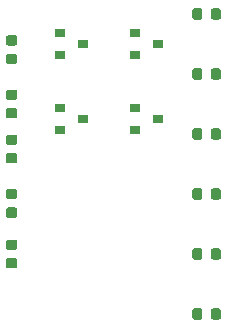
<source format=gbr>
G04 #@! TF.GenerationSoftware,KiCad,Pcbnew,5.1.3-ffb9f22~84~ubuntu16.04.1*
G04 #@! TF.CreationDate,2019-07-29T14:43:33+10:00*
G04 #@! TF.ProjectId,tankmon-pcb,74616e6b-6d6f-46e2-9d70-63622e6b6963,1a*
G04 #@! TF.SameCoordinates,Original*
G04 #@! TF.FileFunction,Paste,Bot*
G04 #@! TF.FilePolarity,Positive*
%FSLAX46Y46*%
G04 Gerber Fmt 4.6, Leading zero omitted, Abs format (unit mm)*
G04 Created by KiCad (PCBNEW 5.1.3-ffb9f22~84~ubuntu16.04.1) date 2019-07-29 14:43:33*
%MOMM*%
%LPD*%
G04 APERTURE LIST*
%ADD10C,0.100000*%
%ADD11C,0.875000*%
%ADD12R,0.900000X0.800000*%
G04 APERTURE END LIST*
D10*
G36*
X152106691Y-98840053D02*
G01*
X152127926Y-98843203D01*
X152148750Y-98848419D01*
X152168962Y-98855651D01*
X152188368Y-98864830D01*
X152206781Y-98875866D01*
X152224024Y-98888654D01*
X152239930Y-98903070D01*
X152254346Y-98918976D01*
X152267134Y-98936219D01*
X152278170Y-98954632D01*
X152287349Y-98974038D01*
X152294581Y-98994250D01*
X152299797Y-99015074D01*
X152302947Y-99036309D01*
X152304000Y-99057750D01*
X152304000Y-99570250D01*
X152302947Y-99591691D01*
X152299797Y-99612926D01*
X152294581Y-99633750D01*
X152287349Y-99653962D01*
X152278170Y-99673368D01*
X152267134Y-99691781D01*
X152254346Y-99709024D01*
X152239930Y-99724930D01*
X152224024Y-99739346D01*
X152206781Y-99752134D01*
X152188368Y-99763170D01*
X152168962Y-99772349D01*
X152148750Y-99779581D01*
X152127926Y-99784797D01*
X152106691Y-99787947D01*
X152085250Y-99789000D01*
X151647750Y-99789000D01*
X151626309Y-99787947D01*
X151605074Y-99784797D01*
X151584250Y-99779581D01*
X151564038Y-99772349D01*
X151544632Y-99763170D01*
X151526219Y-99752134D01*
X151508976Y-99739346D01*
X151493070Y-99724930D01*
X151478654Y-99709024D01*
X151465866Y-99691781D01*
X151454830Y-99673368D01*
X151445651Y-99653962D01*
X151438419Y-99633750D01*
X151433203Y-99612926D01*
X151430053Y-99591691D01*
X151429000Y-99570250D01*
X151429000Y-99057750D01*
X151430053Y-99036309D01*
X151433203Y-99015074D01*
X151438419Y-98994250D01*
X151445651Y-98974038D01*
X151454830Y-98954632D01*
X151465866Y-98936219D01*
X151478654Y-98918976D01*
X151493070Y-98903070D01*
X151508976Y-98888654D01*
X151526219Y-98875866D01*
X151544632Y-98864830D01*
X151564038Y-98855651D01*
X151584250Y-98848419D01*
X151605074Y-98843203D01*
X151626309Y-98840053D01*
X151647750Y-98839000D01*
X152085250Y-98839000D01*
X152106691Y-98840053D01*
X152106691Y-98840053D01*
G37*
D11*
X151866500Y-99314000D03*
D10*
G36*
X153681691Y-98840053D02*
G01*
X153702926Y-98843203D01*
X153723750Y-98848419D01*
X153743962Y-98855651D01*
X153763368Y-98864830D01*
X153781781Y-98875866D01*
X153799024Y-98888654D01*
X153814930Y-98903070D01*
X153829346Y-98918976D01*
X153842134Y-98936219D01*
X153853170Y-98954632D01*
X153862349Y-98974038D01*
X153869581Y-98994250D01*
X153874797Y-99015074D01*
X153877947Y-99036309D01*
X153879000Y-99057750D01*
X153879000Y-99570250D01*
X153877947Y-99591691D01*
X153874797Y-99612926D01*
X153869581Y-99633750D01*
X153862349Y-99653962D01*
X153853170Y-99673368D01*
X153842134Y-99691781D01*
X153829346Y-99709024D01*
X153814930Y-99724930D01*
X153799024Y-99739346D01*
X153781781Y-99752134D01*
X153763368Y-99763170D01*
X153743962Y-99772349D01*
X153723750Y-99779581D01*
X153702926Y-99784797D01*
X153681691Y-99787947D01*
X153660250Y-99789000D01*
X153222750Y-99789000D01*
X153201309Y-99787947D01*
X153180074Y-99784797D01*
X153159250Y-99779581D01*
X153139038Y-99772349D01*
X153119632Y-99763170D01*
X153101219Y-99752134D01*
X153083976Y-99739346D01*
X153068070Y-99724930D01*
X153053654Y-99709024D01*
X153040866Y-99691781D01*
X153029830Y-99673368D01*
X153020651Y-99653962D01*
X153013419Y-99633750D01*
X153008203Y-99612926D01*
X153005053Y-99591691D01*
X153004000Y-99570250D01*
X153004000Y-99057750D01*
X153005053Y-99036309D01*
X153008203Y-99015074D01*
X153013419Y-98994250D01*
X153020651Y-98974038D01*
X153029830Y-98954632D01*
X153040866Y-98936219D01*
X153053654Y-98918976D01*
X153068070Y-98903070D01*
X153083976Y-98888654D01*
X153101219Y-98875866D01*
X153119632Y-98864830D01*
X153139038Y-98855651D01*
X153159250Y-98848419D01*
X153180074Y-98843203D01*
X153201309Y-98840053D01*
X153222750Y-98839000D01*
X153660250Y-98839000D01*
X153681691Y-98840053D01*
X153681691Y-98840053D01*
G37*
D11*
X153441500Y-99314000D03*
D10*
G36*
X136421691Y-99665053D02*
G01*
X136442926Y-99668203D01*
X136463750Y-99673419D01*
X136483962Y-99680651D01*
X136503368Y-99689830D01*
X136521781Y-99700866D01*
X136539024Y-99713654D01*
X136554930Y-99728070D01*
X136569346Y-99743976D01*
X136582134Y-99761219D01*
X136593170Y-99779632D01*
X136602349Y-99799038D01*
X136609581Y-99819250D01*
X136614797Y-99840074D01*
X136617947Y-99861309D01*
X136619000Y-99882750D01*
X136619000Y-100320250D01*
X136617947Y-100341691D01*
X136614797Y-100362926D01*
X136609581Y-100383750D01*
X136602349Y-100403962D01*
X136593170Y-100423368D01*
X136582134Y-100441781D01*
X136569346Y-100459024D01*
X136554930Y-100474930D01*
X136539024Y-100489346D01*
X136521781Y-100502134D01*
X136503368Y-100513170D01*
X136483962Y-100522349D01*
X136463750Y-100529581D01*
X136442926Y-100534797D01*
X136421691Y-100537947D01*
X136400250Y-100539000D01*
X135887750Y-100539000D01*
X135866309Y-100537947D01*
X135845074Y-100534797D01*
X135824250Y-100529581D01*
X135804038Y-100522349D01*
X135784632Y-100513170D01*
X135766219Y-100502134D01*
X135748976Y-100489346D01*
X135733070Y-100474930D01*
X135718654Y-100459024D01*
X135705866Y-100441781D01*
X135694830Y-100423368D01*
X135685651Y-100403962D01*
X135678419Y-100383750D01*
X135673203Y-100362926D01*
X135670053Y-100341691D01*
X135669000Y-100320250D01*
X135669000Y-99882750D01*
X135670053Y-99861309D01*
X135673203Y-99840074D01*
X135678419Y-99819250D01*
X135685651Y-99799038D01*
X135694830Y-99779632D01*
X135705866Y-99761219D01*
X135718654Y-99743976D01*
X135733070Y-99728070D01*
X135748976Y-99713654D01*
X135766219Y-99700866D01*
X135784632Y-99689830D01*
X135804038Y-99680651D01*
X135824250Y-99673419D01*
X135845074Y-99668203D01*
X135866309Y-99665053D01*
X135887750Y-99664000D01*
X136400250Y-99664000D01*
X136421691Y-99665053D01*
X136421691Y-99665053D01*
G37*
D11*
X136144000Y-100101500D03*
D10*
G36*
X136421691Y-98090053D02*
G01*
X136442926Y-98093203D01*
X136463750Y-98098419D01*
X136483962Y-98105651D01*
X136503368Y-98114830D01*
X136521781Y-98125866D01*
X136539024Y-98138654D01*
X136554930Y-98153070D01*
X136569346Y-98168976D01*
X136582134Y-98186219D01*
X136593170Y-98204632D01*
X136602349Y-98224038D01*
X136609581Y-98244250D01*
X136614797Y-98265074D01*
X136617947Y-98286309D01*
X136619000Y-98307750D01*
X136619000Y-98745250D01*
X136617947Y-98766691D01*
X136614797Y-98787926D01*
X136609581Y-98808750D01*
X136602349Y-98828962D01*
X136593170Y-98848368D01*
X136582134Y-98866781D01*
X136569346Y-98884024D01*
X136554930Y-98899930D01*
X136539024Y-98914346D01*
X136521781Y-98927134D01*
X136503368Y-98938170D01*
X136483962Y-98947349D01*
X136463750Y-98954581D01*
X136442926Y-98959797D01*
X136421691Y-98962947D01*
X136400250Y-98964000D01*
X135887750Y-98964000D01*
X135866309Y-98962947D01*
X135845074Y-98959797D01*
X135824250Y-98954581D01*
X135804038Y-98947349D01*
X135784632Y-98938170D01*
X135766219Y-98927134D01*
X135748976Y-98914346D01*
X135733070Y-98899930D01*
X135718654Y-98884024D01*
X135705866Y-98866781D01*
X135694830Y-98848368D01*
X135685651Y-98828962D01*
X135678419Y-98808750D01*
X135673203Y-98787926D01*
X135670053Y-98766691D01*
X135669000Y-98745250D01*
X135669000Y-98307750D01*
X135670053Y-98286309D01*
X135673203Y-98265074D01*
X135678419Y-98244250D01*
X135685651Y-98224038D01*
X135694830Y-98204632D01*
X135705866Y-98186219D01*
X135718654Y-98168976D01*
X135733070Y-98153070D01*
X135748976Y-98138654D01*
X135766219Y-98125866D01*
X135784632Y-98114830D01*
X135804038Y-98105651D01*
X135824250Y-98098419D01*
X135845074Y-98093203D01*
X135866309Y-98090053D01*
X135887750Y-98089000D01*
X136400250Y-98089000D01*
X136421691Y-98090053D01*
X136421691Y-98090053D01*
G37*
D11*
X136144000Y-98526500D03*
D10*
G36*
X152106691Y-103920053D02*
G01*
X152127926Y-103923203D01*
X152148750Y-103928419D01*
X152168962Y-103935651D01*
X152188368Y-103944830D01*
X152206781Y-103955866D01*
X152224024Y-103968654D01*
X152239930Y-103983070D01*
X152254346Y-103998976D01*
X152267134Y-104016219D01*
X152278170Y-104034632D01*
X152287349Y-104054038D01*
X152294581Y-104074250D01*
X152299797Y-104095074D01*
X152302947Y-104116309D01*
X152304000Y-104137750D01*
X152304000Y-104650250D01*
X152302947Y-104671691D01*
X152299797Y-104692926D01*
X152294581Y-104713750D01*
X152287349Y-104733962D01*
X152278170Y-104753368D01*
X152267134Y-104771781D01*
X152254346Y-104789024D01*
X152239930Y-104804930D01*
X152224024Y-104819346D01*
X152206781Y-104832134D01*
X152188368Y-104843170D01*
X152168962Y-104852349D01*
X152148750Y-104859581D01*
X152127926Y-104864797D01*
X152106691Y-104867947D01*
X152085250Y-104869000D01*
X151647750Y-104869000D01*
X151626309Y-104867947D01*
X151605074Y-104864797D01*
X151584250Y-104859581D01*
X151564038Y-104852349D01*
X151544632Y-104843170D01*
X151526219Y-104832134D01*
X151508976Y-104819346D01*
X151493070Y-104804930D01*
X151478654Y-104789024D01*
X151465866Y-104771781D01*
X151454830Y-104753368D01*
X151445651Y-104733962D01*
X151438419Y-104713750D01*
X151433203Y-104692926D01*
X151430053Y-104671691D01*
X151429000Y-104650250D01*
X151429000Y-104137750D01*
X151430053Y-104116309D01*
X151433203Y-104095074D01*
X151438419Y-104074250D01*
X151445651Y-104054038D01*
X151454830Y-104034632D01*
X151465866Y-104016219D01*
X151478654Y-103998976D01*
X151493070Y-103983070D01*
X151508976Y-103968654D01*
X151526219Y-103955866D01*
X151544632Y-103944830D01*
X151564038Y-103935651D01*
X151584250Y-103928419D01*
X151605074Y-103923203D01*
X151626309Y-103920053D01*
X151647750Y-103919000D01*
X152085250Y-103919000D01*
X152106691Y-103920053D01*
X152106691Y-103920053D01*
G37*
D11*
X151866500Y-104394000D03*
D10*
G36*
X153681691Y-103920053D02*
G01*
X153702926Y-103923203D01*
X153723750Y-103928419D01*
X153743962Y-103935651D01*
X153763368Y-103944830D01*
X153781781Y-103955866D01*
X153799024Y-103968654D01*
X153814930Y-103983070D01*
X153829346Y-103998976D01*
X153842134Y-104016219D01*
X153853170Y-104034632D01*
X153862349Y-104054038D01*
X153869581Y-104074250D01*
X153874797Y-104095074D01*
X153877947Y-104116309D01*
X153879000Y-104137750D01*
X153879000Y-104650250D01*
X153877947Y-104671691D01*
X153874797Y-104692926D01*
X153869581Y-104713750D01*
X153862349Y-104733962D01*
X153853170Y-104753368D01*
X153842134Y-104771781D01*
X153829346Y-104789024D01*
X153814930Y-104804930D01*
X153799024Y-104819346D01*
X153781781Y-104832134D01*
X153763368Y-104843170D01*
X153743962Y-104852349D01*
X153723750Y-104859581D01*
X153702926Y-104864797D01*
X153681691Y-104867947D01*
X153660250Y-104869000D01*
X153222750Y-104869000D01*
X153201309Y-104867947D01*
X153180074Y-104864797D01*
X153159250Y-104859581D01*
X153139038Y-104852349D01*
X153119632Y-104843170D01*
X153101219Y-104832134D01*
X153083976Y-104819346D01*
X153068070Y-104804930D01*
X153053654Y-104789024D01*
X153040866Y-104771781D01*
X153029830Y-104753368D01*
X153020651Y-104733962D01*
X153013419Y-104713750D01*
X153008203Y-104692926D01*
X153005053Y-104671691D01*
X153004000Y-104650250D01*
X153004000Y-104137750D01*
X153005053Y-104116309D01*
X153008203Y-104095074D01*
X153013419Y-104074250D01*
X153020651Y-104054038D01*
X153029830Y-104034632D01*
X153040866Y-104016219D01*
X153053654Y-103998976D01*
X153068070Y-103983070D01*
X153083976Y-103968654D01*
X153101219Y-103955866D01*
X153119632Y-103944830D01*
X153139038Y-103935651D01*
X153159250Y-103928419D01*
X153180074Y-103923203D01*
X153201309Y-103920053D01*
X153222750Y-103919000D01*
X153660250Y-103919000D01*
X153681691Y-103920053D01*
X153681691Y-103920053D01*
G37*
D11*
X153441500Y-104394000D03*
D10*
G36*
X136421691Y-80792553D02*
G01*
X136442926Y-80795703D01*
X136463750Y-80800919D01*
X136483962Y-80808151D01*
X136503368Y-80817330D01*
X136521781Y-80828366D01*
X136539024Y-80841154D01*
X136554930Y-80855570D01*
X136569346Y-80871476D01*
X136582134Y-80888719D01*
X136593170Y-80907132D01*
X136602349Y-80926538D01*
X136609581Y-80946750D01*
X136614797Y-80967574D01*
X136617947Y-80988809D01*
X136619000Y-81010250D01*
X136619000Y-81447750D01*
X136617947Y-81469191D01*
X136614797Y-81490426D01*
X136609581Y-81511250D01*
X136602349Y-81531462D01*
X136593170Y-81550868D01*
X136582134Y-81569281D01*
X136569346Y-81586524D01*
X136554930Y-81602430D01*
X136539024Y-81616846D01*
X136521781Y-81629634D01*
X136503368Y-81640670D01*
X136483962Y-81649849D01*
X136463750Y-81657081D01*
X136442926Y-81662297D01*
X136421691Y-81665447D01*
X136400250Y-81666500D01*
X135887750Y-81666500D01*
X135866309Y-81665447D01*
X135845074Y-81662297D01*
X135824250Y-81657081D01*
X135804038Y-81649849D01*
X135784632Y-81640670D01*
X135766219Y-81629634D01*
X135748976Y-81616846D01*
X135733070Y-81602430D01*
X135718654Y-81586524D01*
X135705866Y-81569281D01*
X135694830Y-81550868D01*
X135685651Y-81531462D01*
X135678419Y-81511250D01*
X135673203Y-81490426D01*
X135670053Y-81469191D01*
X135669000Y-81447750D01*
X135669000Y-81010250D01*
X135670053Y-80988809D01*
X135673203Y-80967574D01*
X135678419Y-80946750D01*
X135685651Y-80926538D01*
X135694830Y-80907132D01*
X135705866Y-80888719D01*
X135718654Y-80871476D01*
X135733070Y-80855570D01*
X135748976Y-80841154D01*
X135766219Y-80828366D01*
X135784632Y-80817330D01*
X135804038Y-80808151D01*
X135824250Y-80800919D01*
X135845074Y-80795703D01*
X135866309Y-80792553D01*
X135887750Y-80791500D01*
X136400250Y-80791500D01*
X136421691Y-80792553D01*
X136421691Y-80792553D01*
G37*
D11*
X136144000Y-81229000D03*
D10*
G36*
X136421691Y-82367553D02*
G01*
X136442926Y-82370703D01*
X136463750Y-82375919D01*
X136483962Y-82383151D01*
X136503368Y-82392330D01*
X136521781Y-82403366D01*
X136539024Y-82416154D01*
X136554930Y-82430570D01*
X136569346Y-82446476D01*
X136582134Y-82463719D01*
X136593170Y-82482132D01*
X136602349Y-82501538D01*
X136609581Y-82521750D01*
X136614797Y-82542574D01*
X136617947Y-82563809D01*
X136619000Y-82585250D01*
X136619000Y-83022750D01*
X136617947Y-83044191D01*
X136614797Y-83065426D01*
X136609581Y-83086250D01*
X136602349Y-83106462D01*
X136593170Y-83125868D01*
X136582134Y-83144281D01*
X136569346Y-83161524D01*
X136554930Y-83177430D01*
X136539024Y-83191846D01*
X136521781Y-83204634D01*
X136503368Y-83215670D01*
X136483962Y-83224849D01*
X136463750Y-83232081D01*
X136442926Y-83237297D01*
X136421691Y-83240447D01*
X136400250Y-83241500D01*
X135887750Y-83241500D01*
X135866309Y-83240447D01*
X135845074Y-83237297D01*
X135824250Y-83232081D01*
X135804038Y-83224849D01*
X135784632Y-83215670D01*
X135766219Y-83204634D01*
X135748976Y-83191846D01*
X135733070Y-83177430D01*
X135718654Y-83161524D01*
X135705866Y-83144281D01*
X135694830Y-83125868D01*
X135685651Y-83106462D01*
X135678419Y-83086250D01*
X135673203Y-83065426D01*
X135670053Y-83044191D01*
X135669000Y-83022750D01*
X135669000Y-82585250D01*
X135670053Y-82563809D01*
X135673203Y-82542574D01*
X135678419Y-82521750D01*
X135685651Y-82501538D01*
X135694830Y-82482132D01*
X135705866Y-82463719D01*
X135718654Y-82446476D01*
X135733070Y-82430570D01*
X135748976Y-82416154D01*
X135766219Y-82403366D01*
X135784632Y-82392330D01*
X135804038Y-82383151D01*
X135824250Y-82375919D01*
X135845074Y-82370703D01*
X135866309Y-82367553D01*
X135887750Y-82366500D01*
X136400250Y-82366500D01*
X136421691Y-82367553D01*
X136421691Y-82367553D01*
G37*
D11*
X136144000Y-82804000D03*
D10*
G36*
X152106691Y-88680053D02*
G01*
X152127926Y-88683203D01*
X152148750Y-88688419D01*
X152168962Y-88695651D01*
X152188368Y-88704830D01*
X152206781Y-88715866D01*
X152224024Y-88728654D01*
X152239930Y-88743070D01*
X152254346Y-88758976D01*
X152267134Y-88776219D01*
X152278170Y-88794632D01*
X152287349Y-88814038D01*
X152294581Y-88834250D01*
X152299797Y-88855074D01*
X152302947Y-88876309D01*
X152304000Y-88897750D01*
X152304000Y-89410250D01*
X152302947Y-89431691D01*
X152299797Y-89452926D01*
X152294581Y-89473750D01*
X152287349Y-89493962D01*
X152278170Y-89513368D01*
X152267134Y-89531781D01*
X152254346Y-89549024D01*
X152239930Y-89564930D01*
X152224024Y-89579346D01*
X152206781Y-89592134D01*
X152188368Y-89603170D01*
X152168962Y-89612349D01*
X152148750Y-89619581D01*
X152127926Y-89624797D01*
X152106691Y-89627947D01*
X152085250Y-89629000D01*
X151647750Y-89629000D01*
X151626309Y-89627947D01*
X151605074Y-89624797D01*
X151584250Y-89619581D01*
X151564038Y-89612349D01*
X151544632Y-89603170D01*
X151526219Y-89592134D01*
X151508976Y-89579346D01*
X151493070Y-89564930D01*
X151478654Y-89549024D01*
X151465866Y-89531781D01*
X151454830Y-89513368D01*
X151445651Y-89493962D01*
X151438419Y-89473750D01*
X151433203Y-89452926D01*
X151430053Y-89431691D01*
X151429000Y-89410250D01*
X151429000Y-88897750D01*
X151430053Y-88876309D01*
X151433203Y-88855074D01*
X151438419Y-88834250D01*
X151445651Y-88814038D01*
X151454830Y-88794632D01*
X151465866Y-88776219D01*
X151478654Y-88758976D01*
X151493070Y-88743070D01*
X151508976Y-88728654D01*
X151526219Y-88715866D01*
X151544632Y-88704830D01*
X151564038Y-88695651D01*
X151584250Y-88688419D01*
X151605074Y-88683203D01*
X151626309Y-88680053D01*
X151647750Y-88679000D01*
X152085250Y-88679000D01*
X152106691Y-88680053D01*
X152106691Y-88680053D01*
G37*
D11*
X151866500Y-89154000D03*
D10*
G36*
X153681691Y-88680053D02*
G01*
X153702926Y-88683203D01*
X153723750Y-88688419D01*
X153743962Y-88695651D01*
X153763368Y-88704830D01*
X153781781Y-88715866D01*
X153799024Y-88728654D01*
X153814930Y-88743070D01*
X153829346Y-88758976D01*
X153842134Y-88776219D01*
X153853170Y-88794632D01*
X153862349Y-88814038D01*
X153869581Y-88834250D01*
X153874797Y-88855074D01*
X153877947Y-88876309D01*
X153879000Y-88897750D01*
X153879000Y-89410250D01*
X153877947Y-89431691D01*
X153874797Y-89452926D01*
X153869581Y-89473750D01*
X153862349Y-89493962D01*
X153853170Y-89513368D01*
X153842134Y-89531781D01*
X153829346Y-89549024D01*
X153814930Y-89564930D01*
X153799024Y-89579346D01*
X153781781Y-89592134D01*
X153763368Y-89603170D01*
X153743962Y-89612349D01*
X153723750Y-89619581D01*
X153702926Y-89624797D01*
X153681691Y-89627947D01*
X153660250Y-89629000D01*
X153222750Y-89629000D01*
X153201309Y-89627947D01*
X153180074Y-89624797D01*
X153159250Y-89619581D01*
X153139038Y-89612349D01*
X153119632Y-89603170D01*
X153101219Y-89592134D01*
X153083976Y-89579346D01*
X153068070Y-89564930D01*
X153053654Y-89549024D01*
X153040866Y-89531781D01*
X153029830Y-89513368D01*
X153020651Y-89493962D01*
X153013419Y-89473750D01*
X153008203Y-89452926D01*
X153005053Y-89431691D01*
X153004000Y-89410250D01*
X153004000Y-88897750D01*
X153005053Y-88876309D01*
X153008203Y-88855074D01*
X153013419Y-88834250D01*
X153020651Y-88814038D01*
X153029830Y-88794632D01*
X153040866Y-88776219D01*
X153053654Y-88758976D01*
X153068070Y-88743070D01*
X153083976Y-88728654D01*
X153101219Y-88715866D01*
X153119632Y-88704830D01*
X153139038Y-88695651D01*
X153159250Y-88688419D01*
X153180074Y-88683203D01*
X153201309Y-88680053D01*
X153222750Y-88679000D01*
X153660250Y-88679000D01*
X153681691Y-88680053D01*
X153681691Y-88680053D01*
G37*
D11*
X153441500Y-89154000D03*
D10*
G36*
X136421691Y-95372553D02*
G01*
X136442926Y-95375703D01*
X136463750Y-95380919D01*
X136483962Y-95388151D01*
X136503368Y-95397330D01*
X136521781Y-95408366D01*
X136539024Y-95421154D01*
X136554930Y-95435570D01*
X136569346Y-95451476D01*
X136582134Y-95468719D01*
X136593170Y-95487132D01*
X136602349Y-95506538D01*
X136609581Y-95526750D01*
X136614797Y-95547574D01*
X136617947Y-95568809D01*
X136619000Y-95590250D01*
X136619000Y-96027750D01*
X136617947Y-96049191D01*
X136614797Y-96070426D01*
X136609581Y-96091250D01*
X136602349Y-96111462D01*
X136593170Y-96130868D01*
X136582134Y-96149281D01*
X136569346Y-96166524D01*
X136554930Y-96182430D01*
X136539024Y-96196846D01*
X136521781Y-96209634D01*
X136503368Y-96220670D01*
X136483962Y-96229849D01*
X136463750Y-96237081D01*
X136442926Y-96242297D01*
X136421691Y-96245447D01*
X136400250Y-96246500D01*
X135887750Y-96246500D01*
X135866309Y-96245447D01*
X135845074Y-96242297D01*
X135824250Y-96237081D01*
X135804038Y-96229849D01*
X135784632Y-96220670D01*
X135766219Y-96209634D01*
X135748976Y-96196846D01*
X135733070Y-96182430D01*
X135718654Y-96166524D01*
X135705866Y-96149281D01*
X135694830Y-96130868D01*
X135685651Y-96111462D01*
X135678419Y-96091250D01*
X135673203Y-96070426D01*
X135670053Y-96049191D01*
X135669000Y-96027750D01*
X135669000Y-95590250D01*
X135670053Y-95568809D01*
X135673203Y-95547574D01*
X135678419Y-95526750D01*
X135685651Y-95506538D01*
X135694830Y-95487132D01*
X135705866Y-95468719D01*
X135718654Y-95451476D01*
X135733070Y-95435570D01*
X135748976Y-95421154D01*
X135766219Y-95408366D01*
X135784632Y-95397330D01*
X135804038Y-95388151D01*
X135824250Y-95380919D01*
X135845074Y-95375703D01*
X135866309Y-95372553D01*
X135887750Y-95371500D01*
X136400250Y-95371500D01*
X136421691Y-95372553D01*
X136421691Y-95372553D01*
G37*
D11*
X136144000Y-95809000D03*
D10*
G36*
X136421691Y-93797553D02*
G01*
X136442926Y-93800703D01*
X136463750Y-93805919D01*
X136483962Y-93813151D01*
X136503368Y-93822330D01*
X136521781Y-93833366D01*
X136539024Y-93846154D01*
X136554930Y-93860570D01*
X136569346Y-93876476D01*
X136582134Y-93893719D01*
X136593170Y-93912132D01*
X136602349Y-93931538D01*
X136609581Y-93951750D01*
X136614797Y-93972574D01*
X136617947Y-93993809D01*
X136619000Y-94015250D01*
X136619000Y-94452750D01*
X136617947Y-94474191D01*
X136614797Y-94495426D01*
X136609581Y-94516250D01*
X136602349Y-94536462D01*
X136593170Y-94555868D01*
X136582134Y-94574281D01*
X136569346Y-94591524D01*
X136554930Y-94607430D01*
X136539024Y-94621846D01*
X136521781Y-94634634D01*
X136503368Y-94645670D01*
X136483962Y-94654849D01*
X136463750Y-94662081D01*
X136442926Y-94667297D01*
X136421691Y-94670447D01*
X136400250Y-94671500D01*
X135887750Y-94671500D01*
X135866309Y-94670447D01*
X135845074Y-94667297D01*
X135824250Y-94662081D01*
X135804038Y-94654849D01*
X135784632Y-94645670D01*
X135766219Y-94634634D01*
X135748976Y-94621846D01*
X135733070Y-94607430D01*
X135718654Y-94591524D01*
X135705866Y-94574281D01*
X135694830Y-94555868D01*
X135685651Y-94536462D01*
X135678419Y-94516250D01*
X135673203Y-94495426D01*
X135670053Y-94474191D01*
X135669000Y-94452750D01*
X135669000Y-94015250D01*
X135670053Y-93993809D01*
X135673203Y-93972574D01*
X135678419Y-93951750D01*
X135685651Y-93931538D01*
X135694830Y-93912132D01*
X135705866Y-93893719D01*
X135718654Y-93876476D01*
X135733070Y-93860570D01*
X135748976Y-93846154D01*
X135766219Y-93833366D01*
X135784632Y-93822330D01*
X135804038Y-93813151D01*
X135824250Y-93805919D01*
X135845074Y-93800703D01*
X135866309Y-93797553D01*
X135887750Y-93796500D01*
X136400250Y-93796500D01*
X136421691Y-93797553D01*
X136421691Y-93797553D01*
G37*
D11*
X136144000Y-94234000D03*
D10*
G36*
X152106691Y-83600053D02*
G01*
X152127926Y-83603203D01*
X152148750Y-83608419D01*
X152168962Y-83615651D01*
X152188368Y-83624830D01*
X152206781Y-83635866D01*
X152224024Y-83648654D01*
X152239930Y-83663070D01*
X152254346Y-83678976D01*
X152267134Y-83696219D01*
X152278170Y-83714632D01*
X152287349Y-83734038D01*
X152294581Y-83754250D01*
X152299797Y-83775074D01*
X152302947Y-83796309D01*
X152304000Y-83817750D01*
X152304000Y-84330250D01*
X152302947Y-84351691D01*
X152299797Y-84372926D01*
X152294581Y-84393750D01*
X152287349Y-84413962D01*
X152278170Y-84433368D01*
X152267134Y-84451781D01*
X152254346Y-84469024D01*
X152239930Y-84484930D01*
X152224024Y-84499346D01*
X152206781Y-84512134D01*
X152188368Y-84523170D01*
X152168962Y-84532349D01*
X152148750Y-84539581D01*
X152127926Y-84544797D01*
X152106691Y-84547947D01*
X152085250Y-84549000D01*
X151647750Y-84549000D01*
X151626309Y-84547947D01*
X151605074Y-84544797D01*
X151584250Y-84539581D01*
X151564038Y-84532349D01*
X151544632Y-84523170D01*
X151526219Y-84512134D01*
X151508976Y-84499346D01*
X151493070Y-84484930D01*
X151478654Y-84469024D01*
X151465866Y-84451781D01*
X151454830Y-84433368D01*
X151445651Y-84413962D01*
X151438419Y-84393750D01*
X151433203Y-84372926D01*
X151430053Y-84351691D01*
X151429000Y-84330250D01*
X151429000Y-83817750D01*
X151430053Y-83796309D01*
X151433203Y-83775074D01*
X151438419Y-83754250D01*
X151445651Y-83734038D01*
X151454830Y-83714632D01*
X151465866Y-83696219D01*
X151478654Y-83678976D01*
X151493070Y-83663070D01*
X151508976Y-83648654D01*
X151526219Y-83635866D01*
X151544632Y-83624830D01*
X151564038Y-83615651D01*
X151584250Y-83608419D01*
X151605074Y-83603203D01*
X151626309Y-83600053D01*
X151647750Y-83599000D01*
X152085250Y-83599000D01*
X152106691Y-83600053D01*
X152106691Y-83600053D01*
G37*
D11*
X151866500Y-84074000D03*
D10*
G36*
X153681691Y-83600053D02*
G01*
X153702926Y-83603203D01*
X153723750Y-83608419D01*
X153743962Y-83615651D01*
X153763368Y-83624830D01*
X153781781Y-83635866D01*
X153799024Y-83648654D01*
X153814930Y-83663070D01*
X153829346Y-83678976D01*
X153842134Y-83696219D01*
X153853170Y-83714632D01*
X153862349Y-83734038D01*
X153869581Y-83754250D01*
X153874797Y-83775074D01*
X153877947Y-83796309D01*
X153879000Y-83817750D01*
X153879000Y-84330250D01*
X153877947Y-84351691D01*
X153874797Y-84372926D01*
X153869581Y-84393750D01*
X153862349Y-84413962D01*
X153853170Y-84433368D01*
X153842134Y-84451781D01*
X153829346Y-84469024D01*
X153814930Y-84484930D01*
X153799024Y-84499346D01*
X153781781Y-84512134D01*
X153763368Y-84523170D01*
X153743962Y-84532349D01*
X153723750Y-84539581D01*
X153702926Y-84544797D01*
X153681691Y-84547947D01*
X153660250Y-84549000D01*
X153222750Y-84549000D01*
X153201309Y-84547947D01*
X153180074Y-84544797D01*
X153159250Y-84539581D01*
X153139038Y-84532349D01*
X153119632Y-84523170D01*
X153101219Y-84512134D01*
X153083976Y-84499346D01*
X153068070Y-84484930D01*
X153053654Y-84469024D01*
X153040866Y-84451781D01*
X153029830Y-84433368D01*
X153020651Y-84413962D01*
X153013419Y-84393750D01*
X153008203Y-84372926D01*
X153005053Y-84351691D01*
X153004000Y-84330250D01*
X153004000Y-83817750D01*
X153005053Y-83796309D01*
X153008203Y-83775074D01*
X153013419Y-83754250D01*
X153020651Y-83734038D01*
X153029830Y-83714632D01*
X153040866Y-83696219D01*
X153053654Y-83678976D01*
X153068070Y-83663070D01*
X153083976Y-83648654D01*
X153101219Y-83635866D01*
X153119632Y-83624830D01*
X153139038Y-83615651D01*
X153159250Y-83608419D01*
X153180074Y-83603203D01*
X153201309Y-83600053D01*
X153222750Y-83599000D01*
X153660250Y-83599000D01*
X153681691Y-83600053D01*
X153681691Y-83600053D01*
G37*
D11*
X153441500Y-84074000D03*
D10*
G36*
X152106691Y-78520053D02*
G01*
X152127926Y-78523203D01*
X152148750Y-78528419D01*
X152168962Y-78535651D01*
X152188368Y-78544830D01*
X152206781Y-78555866D01*
X152224024Y-78568654D01*
X152239930Y-78583070D01*
X152254346Y-78598976D01*
X152267134Y-78616219D01*
X152278170Y-78634632D01*
X152287349Y-78654038D01*
X152294581Y-78674250D01*
X152299797Y-78695074D01*
X152302947Y-78716309D01*
X152304000Y-78737750D01*
X152304000Y-79250250D01*
X152302947Y-79271691D01*
X152299797Y-79292926D01*
X152294581Y-79313750D01*
X152287349Y-79333962D01*
X152278170Y-79353368D01*
X152267134Y-79371781D01*
X152254346Y-79389024D01*
X152239930Y-79404930D01*
X152224024Y-79419346D01*
X152206781Y-79432134D01*
X152188368Y-79443170D01*
X152168962Y-79452349D01*
X152148750Y-79459581D01*
X152127926Y-79464797D01*
X152106691Y-79467947D01*
X152085250Y-79469000D01*
X151647750Y-79469000D01*
X151626309Y-79467947D01*
X151605074Y-79464797D01*
X151584250Y-79459581D01*
X151564038Y-79452349D01*
X151544632Y-79443170D01*
X151526219Y-79432134D01*
X151508976Y-79419346D01*
X151493070Y-79404930D01*
X151478654Y-79389024D01*
X151465866Y-79371781D01*
X151454830Y-79353368D01*
X151445651Y-79333962D01*
X151438419Y-79313750D01*
X151433203Y-79292926D01*
X151430053Y-79271691D01*
X151429000Y-79250250D01*
X151429000Y-78737750D01*
X151430053Y-78716309D01*
X151433203Y-78695074D01*
X151438419Y-78674250D01*
X151445651Y-78654038D01*
X151454830Y-78634632D01*
X151465866Y-78616219D01*
X151478654Y-78598976D01*
X151493070Y-78583070D01*
X151508976Y-78568654D01*
X151526219Y-78555866D01*
X151544632Y-78544830D01*
X151564038Y-78535651D01*
X151584250Y-78528419D01*
X151605074Y-78523203D01*
X151626309Y-78520053D01*
X151647750Y-78519000D01*
X152085250Y-78519000D01*
X152106691Y-78520053D01*
X152106691Y-78520053D01*
G37*
D11*
X151866500Y-78994000D03*
D10*
G36*
X153681691Y-78520053D02*
G01*
X153702926Y-78523203D01*
X153723750Y-78528419D01*
X153743962Y-78535651D01*
X153763368Y-78544830D01*
X153781781Y-78555866D01*
X153799024Y-78568654D01*
X153814930Y-78583070D01*
X153829346Y-78598976D01*
X153842134Y-78616219D01*
X153853170Y-78634632D01*
X153862349Y-78654038D01*
X153869581Y-78674250D01*
X153874797Y-78695074D01*
X153877947Y-78716309D01*
X153879000Y-78737750D01*
X153879000Y-79250250D01*
X153877947Y-79271691D01*
X153874797Y-79292926D01*
X153869581Y-79313750D01*
X153862349Y-79333962D01*
X153853170Y-79353368D01*
X153842134Y-79371781D01*
X153829346Y-79389024D01*
X153814930Y-79404930D01*
X153799024Y-79419346D01*
X153781781Y-79432134D01*
X153763368Y-79443170D01*
X153743962Y-79452349D01*
X153723750Y-79459581D01*
X153702926Y-79464797D01*
X153681691Y-79467947D01*
X153660250Y-79469000D01*
X153222750Y-79469000D01*
X153201309Y-79467947D01*
X153180074Y-79464797D01*
X153159250Y-79459581D01*
X153139038Y-79452349D01*
X153119632Y-79443170D01*
X153101219Y-79432134D01*
X153083976Y-79419346D01*
X153068070Y-79404930D01*
X153053654Y-79389024D01*
X153040866Y-79371781D01*
X153029830Y-79353368D01*
X153020651Y-79333962D01*
X153013419Y-79313750D01*
X153008203Y-79292926D01*
X153005053Y-79271691D01*
X153004000Y-79250250D01*
X153004000Y-78737750D01*
X153005053Y-78716309D01*
X153008203Y-78695074D01*
X153013419Y-78674250D01*
X153020651Y-78654038D01*
X153029830Y-78634632D01*
X153040866Y-78616219D01*
X153053654Y-78598976D01*
X153068070Y-78583070D01*
X153083976Y-78568654D01*
X153101219Y-78555866D01*
X153119632Y-78544830D01*
X153139038Y-78535651D01*
X153159250Y-78528419D01*
X153180074Y-78523203D01*
X153201309Y-78520053D01*
X153222750Y-78519000D01*
X153660250Y-78519000D01*
X153681691Y-78520053D01*
X153681691Y-78520053D01*
G37*
D11*
X153441500Y-78994000D03*
D10*
G36*
X153681691Y-93760053D02*
G01*
X153702926Y-93763203D01*
X153723750Y-93768419D01*
X153743962Y-93775651D01*
X153763368Y-93784830D01*
X153781781Y-93795866D01*
X153799024Y-93808654D01*
X153814930Y-93823070D01*
X153829346Y-93838976D01*
X153842134Y-93856219D01*
X153853170Y-93874632D01*
X153862349Y-93894038D01*
X153869581Y-93914250D01*
X153874797Y-93935074D01*
X153877947Y-93956309D01*
X153879000Y-93977750D01*
X153879000Y-94490250D01*
X153877947Y-94511691D01*
X153874797Y-94532926D01*
X153869581Y-94553750D01*
X153862349Y-94573962D01*
X153853170Y-94593368D01*
X153842134Y-94611781D01*
X153829346Y-94629024D01*
X153814930Y-94644930D01*
X153799024Y-94659346D01*
X153781781Y-94672134D01*
X153763368Y-94683170D01*
X153743962Y-94692349D01*
X153723750Y-94699581D01*
X153702926Y-94704797D01*
X153681691Y-94707947D01*
X153660250Y-94709000D01*
X153222750Y-94709000D01*
X153201309Y-94707947D01*
X153180074Y-94704797D01*
X153159250Y-94699581D01*
X153139038Y-94692349D01*
X153119632Y-94683170D01*
X153101219Y-94672134D01*
X153083976Y-94659346D01*
X153068070Y-94644930D01*
X153053654Y-94629024D01*
X153040866Y-94611781D01*
X153029830Y-94593368D01*
X153020651Y-94573962D01*
X153013419Y-94553750D01*
X153008203Y-94532926D01*
X153005053Y-94511691D01*
X153004000Y-94490250D01*
X153004000Y-93977750D01*
X153005053Y-93956309D01*
X153008203Y-93935074D01*
X153013419Y-93914250D01*
X153020651Y-93894038D01*
X153029830Y-93874632D01*
X153040866Y-93856219D01*
X153053654Y-93838976D01*
X153068070Y-93823070D01*
X153083976Y-93808654D01*
X153101219Y-93795866D01*
X153119632Y-93784830D01*
X153139038Y-93775651D01*
X153159250Y-93768419D01*
X153180074Y-93763203D01*
X153201309Y-93760053D01*
X153222750Y-93759000D01*
X153660250Y-93759000D01*
X153681691Y-93760053D01*
X153681691Y-93760053D01*
G37*
D11*
X153441500Y-94234000D03*
D10*
G36*
X152106691Y-93760053D02*
G01*
X152127926Y-93763203D01*
X152148750Y-93768419D01*
X152168962Y-93775651D01*
X152188368Y-93784830D01*
X152206781Y-93795866D01*
X152224024Y-93808654D01*
X152239930Y-93823070D01*
X152254346Y-93838976D01*
X152267134Y-93856219D01*
X152278170Y-93874632D01*
X152287349Y-93894038D01*
X152294581Y-93914250D01*
X152299797Y-93935074D01*
X152302947Y-93956309D01*
X152304000Y-93977750D01*
X152304000Y-94490250D01*
X152302947Y-94511691D01*
X152299797Y-94532926D01*
X152294581Y-94553750D01*
X152287349Y-94573962D01*
X152278170Y-94593368D01*
X152267134Y-94611781D01*
X152254346Y-94629024D01*
X152239930Y-94644930D01*
X152224024Y-94659346D01*
X152206781Y-94672134D01*
X152188368Y-94683170D01*
X152168962Y-94692349D01*
X152148750Y-94699581D01*
X152127926Y-94704797D01*
X152106691Y-94707947D01*
X152085250Y-94709000D01*
X151647750Y-94709000D01*
X151626309Y-94707947D01*
X151605074Y-94704797D01*
X151584250Y-94699581D01*
X151564038Y-94692349D01*
X151544632Y-94683170D01*
X151526219Y-94672134D01*
X151508976Y-94659346D01*
X151493070Y-94644930D01*
X151478654Y-94629024D01*
X151465866Y-94611781D01*
X151454830Y-94593368D01*
X151445651Y-94573962D01*
X151438419Y-94553750D01*
X151433203Y-94532926D01*
X151430053Y-94511691D01*
X151429000Y-94490250D01*
X151429000Y-93977750D01*
X151430053Y-93956309D01*
X151433203Y-93935074D01*
X151438419Y-93914250D01*
X151445651Y-93894038D01*
X151454830Y-93874632D01*
X151465866Y-93856219D01*
X151478654Y-93838976D01*
X151493070Y-93823070D01*
X151508976Y-93808654D01*
X151526219Y-93795866D01*
X151544632Y-93784830D01*
X151564038Y-93775651D01*
X151584250Y-93768419D01*
X151605074Y-93763203D01*
X151626309Y-93760053D01*
X151647750Y-93759000D01*
X152085250Y-93759000D01*
X152106691Y-93760053D01*
X152106691Y-93760053D01*
G37*
D11*
X151866500Y-94234000D03*
D10*
G36*
X136421691Y-90775053D02*
G01*
X136442926Y-90778203D01*
X136463750Y-90783419D01*
X136483962Y-90790651D01*
X136503368Y-90799830D01*
X136521781Y-90810866D01*
X136539024Y-90823654D01*
X136554930Y-90838070D01*
X136569346Y-90853976D01*
X136582134Y-90871219D01*
X136593170Y-90889632D01*
X136602349Y-90909038D01*
X136609581Y-90929250D01*
X136614797Y-90950074D01*
X136617947Y-90971309D01*
X136619000Y-90992750D01*
X136619000Y-91430250D01*
X136617947Y-91451691D01*
X136614797Y-91472926D01*
X136609581Y-91493750D01*
X136602349Y-91513962D01*
X136593170Y-91533368D01*
X136582134Y-91551781D01*
X136569346Y-91569024D01*
X136554930Y-91584930D01*
X136539024Y-91599346D01*
X136521781Y-91612134D01*
X136503368Y-91623170D01*
X136483962Y-91632349D01*
X136463750Y-91639581D01*
X136442926Y-91644797D01*
X136421691Y-91647947D01*
X136400250Y-91649000D01*
X135887750Y-91649000D01*
X135866309Y-91647947D01*
X135845074Y-91644797D01*
X135824250Y-91639581D01*
X135804038Y-91632349D01*
X135784632Y-91623170D01*
X135766219Y-91612134D01*
X135748976Y-91599346D01*
X135733070Y-91584930D01*
X135718654Y-91569024D01*
X135705866Y-91551781D01*
X135694830Y-91533368D01*
X135685651Y-91513962D01*
X135678419Y-91493750D01*
X135673203Y-91472926D01*
X135670053Y-91451691D01*
X135669000Y-91430250D01*
X135669000Y-90992750D01*
X135670053Y-90971309D01*
X135673203Y-90950074D01*
X135678419Y-90929250D01*
X135685651Y-90909038D01*
X135694830Y-90889632D01*
X135705866Y-90871219D01*
X135718654Y-90853976D01*
X135733070Y-90838070D01*
X135748976Y-90823654D01*
X135766219Y-90810866D01*
X135784632Y-90799830D01*
X135804038Y-90790651D01*
X135824250Y-90783419D01*
X135845074Y-90778203D01*
X135866309Y-90775053D01*
X135887750Y-90774000D01*
X136400250Y-90774000D01*
X136421691Y-90775053D01*
X136421691Y-90775053D01*
G37*
D11*
X136144000Y-91211500D03*
D10*
G36*
X136421691Y-89200053D02*
G01*
X136442926Y-89203203D01*
X136463750Y-89208419D01*
X136483962Y-89215651D01*
X136503368Y-89224830D01*
X136521781Y-89235866D01*
X136539024Y-89248654D01*
X136554930Y-89263070D01*
X136569346Y-89278976D01*
X136582134Y-89296219D01*
X136593170Y-89314632D01*
X136602349Y-89334038D01*
X136609581Y-89354250D01*
X136614797Y-89375074D01*
X136617947Y-89396309D01*
X136619000Y-89417750D01*
X136619000Y-89855250D01*
X136617947Y-89876691D01*
X136614797Y-89897926D01*
X136609581Y-89918750D01*
X136602349Y-89938962D01*
X136593170Y-89958368D01*
X136582134Y-89976781D01*
X136569346Y-89994024D01*
X136554930Y-90009930D01*
X136539024Y-90024346D01*
X136521781Y-90037134D01*
X136503368Y-90048170D01*
X136483962Y-90057349D01*
X136463750Y-90064581D01*
X136442926Y-90069797D01*
X136421691Y-90072947D01*
X136400250Y-90074000D01*
X135887750Y-90074000D01*
X135866309Y-90072947D01*
X135845074Y-90069797D01*
X135824250Y-90064581D01*
X135804038Y-90057349D01*
X135784632Y-90048170D01*
X135766219Y-90037134D01*
X135748976Y-90024346D01*
X135733070Y-90009930D01*
X135718654Y-89994024D01*
X135705866Y-89976781D01*
X135694830Y-89958368D01*
X135685651Y-89938962D01*
X135678419Y-89918750D01*
X135673203Y-89897926D01*
X135670053Y-89876691D01*
X135669000Y-89855250D01*
X135669000Y-89417750D01*
X135670053Y-89396309D01*
X135673203Y-89375074D01*
X135678419Y-89354250D01*
X135685651Y-89334038D01*
X135694830Y-89314632D01*
X135705866Y-89296219D01*
X135718654Y-89278976D01*
X135733070Y-89263070D01*
X135748976Y-89248654D01*
X135766219Y-89235866D01*
X135784632Y-89224830D01*
X135804038Y-89215651D01*
X135824250Y-89208419D01*
X135845074Y-89203203D01*
X135866309Y-89200053D01*
X135887750Y-89199000D01*
X136400250Y-89199000D01*
X136421691Y-89200053D01*
X136421691Y-89200053D01*
G37*
D11*
X136144000Y-89636500D03*
D10*
G36*
X136421691Y-86965053D02*
G01*
X136442926Y-86968203D01*
X136463750Y-86973419D01*
X136483962Y-86980651D01*
X136503368Y-86989830D01*
X136521781Y-87000866D01*
X136539024Y-87013654D01*
X136554930Y-87028070D01*
X136569346Y-87043976D01*
X136582134Y-87061219D01*
X136593170Y-87079632D01*
X136602349Y-87099038D01*
X136609581Y-87119250D01*
X136614797Y-87140074D01*
X136617947Y-87161309D01*
X136619000Y-87182750D01*
X136619000Y-87620250D01*
X136617947Y-87641691D01*
X136614797Y-87662926D01*
X136609581Y-87683750D01*
X136602349Y-87703962D01*
X136593170Y-87723368D01*
X136582134Y-87741781D01*
X136569346Y-87759024D01*
X136554930Y-87774930D01*
X136539024Y-87789346D01*
X136521781Y-87802134D01*
X136503368Y-87813170D01*
X136483962Y-87822349D01*
X136463750Y-87829581D01*
X136442926Y-87834797D01*
X136421691Y-87837947D01*
X136400250Y-87839000D01*
X135887750Y-87839000D01*
X135866309Y-87837947D01*
X135845074Y-87834797D01*
X135824250Y-87829581D01*
X135804038Y-87822349D01*
X135784632Y-87813170D01*
X135766219Y-87802134D01*
X135748976Y-87789346D01*
X135733070Y-87774930D01*
X135718654Y-87759024D01*
X135705866Y-87741781D01*
X135694830Y-87723368D01*
X135685651Y-87703962D01*
X135678419Y-87683750D01*
X135673203Y-87662926D01*
X135670053Y-87641691D01*
X135669000Y-87620250D01*
X135669000Y-87182750D01*
X135670053Y-87161309D01*
X135673203Y-87140074D01*
X135678419Y-87119250D01*
X135685651Y-87099038D01*
X135694830Y-87079632D01*
X135705866Y-87061219D01*
X135718654Y-87043976D01*
X135733070Y-87028070D01*
X135748976Y-87013654D01*
X135766219Y-87000866D01*
X135784632Y-86989830D01*
X135804038Y-86980651D01*
X135824250Y-86973419D01*
X135845074Y-86968203D01*
X135866309Y-86965053D01*
X135887750Y-86964000D01*
X136400250Y-86964000D01*
X136421691Y-86965053D01*
X136421691Y-86965053D01*
G37*
D11*
X136144000Y-87401500D03*
D10*
G36*
X136421691Y-85390053D02*
G01*
X136442926Y-85393203D01*
X136463750Y-85398419D01*
X136483962Y-85405651D01*
X136503368Y-85414830D01*
X136521781Y-85425866D01*
X136539024Y-85438654D01*
X136554930Y-85453070D01*
X136569346Y-85468976D01*
X136582134Y-85486219D01*
X136593170Y-85504632D01*
X136602349Y-85524038D01*
X136609581Y-85544250D01*
X136614797Y-85565074D01*
X136617947Y-85586309D01*
X136619000Y-85607750D01*
X136619000Y-86045250D01*
X136617947Y-86066691D01*
X136614797Y-86087926D01*
X136609581Y-86108750D01*
X136602349Y-86128962D01*
X136593170Y-86148368D01*
X136582134Y-86166781D01*
X136569346Y-86184024D01*
X136554930Y-86199930D01*
X136539024Y-86214346D01*
X136521781Y-86227134D01*
X136503368Y-86238170D01*
X136483962Y-86247349D01*
X136463750Y-86254581D01*
X136442926Y-86259797D01*
X136421691Y-86262947D01*
X136400250Y-86264000D01*
X135887750Y-86264000D01*
X135866309Y-86262947D01*
X135845074Y-86259797D01*
X135824250Y-86254581D01*
X135804038Y-86247349D01*
X135784632Y-86238170D01*
X135766219Y-86227134D01*
X135748976Y-86214346D01*
X135733070Y-86199930D01*
X135718654Y-86184024D01*
X135705866Y-86166781D01*
X135694830Y-86148368D01*
X135685651Y-86128962D01*
X135678419Y-86108750D01*
X135673203Y-86087926D01*
X135670053Y-86066691D01*
X135669000Y-86045250D01*
X135669000Y-85607750D01*
X135670053Y-85586309D01*
X135673203Y-85565074D01*
X135678419Y-85544250D01*
X135685651Y-85524038D01*
X135694830Y-85504632D01*
X135705866Y-85486219D01*
X135718654Y-85468976D01*
X135733070Y-85453070D01*
X135748976Y-85438654D01*
X135766219Y-85425866D01*
X135784632Y-85414830D01*
X135804038Y-85405651D01*
X135824250Y-85398419D01*
X135845074Y-85393203D01*
X135866309Y-85390053D01*
X135887750Y-85389000D01*
X136400250Y-85389000D01*
X136421691Y-85390053D01*
X136421691Y-85390053D01*
G37*
D11*
X136144000Y-85826500D03*
D12*
X148574000Y-81534000D03*
X146574000Y-80584000D03*
X146574000Y-82484000D03*
X142224000Y-81534000D03*
X140224000Y-80584000D03*
X140224000Y-82484000D03*
X142224000Y-87884000D03*
X140224000Y-86934000D03*
X140224000Y-88834000D03*
X148574000Y-87884000D03*
X146574000Y-86934000D03*
X146574000Y-88834000D03*
M02*

</source>
